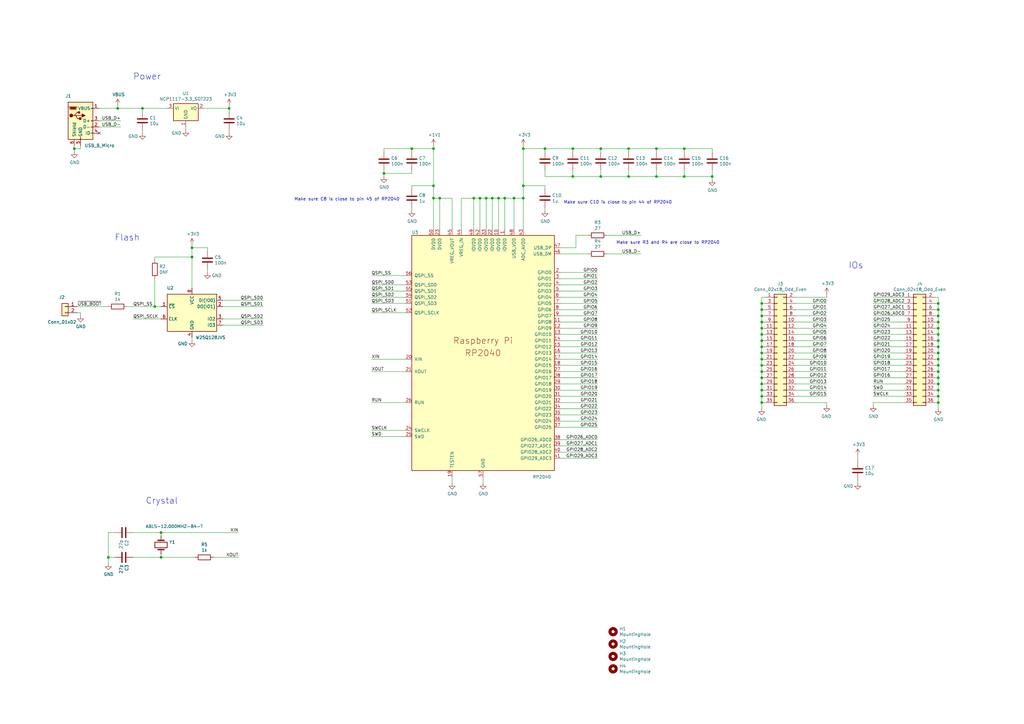
<source format=kicad_sch>
(kicad_sch (version 20230121) (generator eeschema)
  (paper "A3")
  (title_block (title "RP2040 Minimal Design Example") (date "2020-12-18") (rev "REV1") (company "Raspberry Pi (Trading) Ltd"))
  (lib_symbols
    (symbol "Connector_Generic:Conn_01x02" (pin_names (offset 1.016) hide)
      (property "Reference" "J" (at 0 2.54 0))
      (property "Value" "Conn_01x02" (at 0 -5.08 0))
      (symbol "Conn_01x02_1_1"
        (rectangle (start -1.27 -2.413) (end 0 -2.667) (stroke (width 0.1524)))
        (rectangle (start -1.27 0.127) (end 0 -0.127) (stroke (width 0.1524)))
        (rectangle (start -1.27 1.27) (end 1.27 -3.81) (stroke (width 0.254)) (fill (type background)))
        (pin passive line (at -5.08 0 0) (length 3.81) (name "Pin_1") (number "1"))
        (pin passive line (at -5.08 -2.54 0) (length 3.81) (name "Pin_2") (number "2"))
      )
    )
    (symbol "Connector_Generic:Conn_02x18_Odd_Even" (pin_names (offset 1.016) hide)
      (property "Reference" "J" (at 1.27 22.86 0))
      (property "Value" "Conn_02x18_Odd_Even" (at 1.27 -25.4 0))
      (symbol "Conn_02x18_Odd_Even_1_1"
        (rectangle (start -1.27 -22.733) (end 0 -22.987) (stroke (width 0.1524)))
        (rectangle (start -1.27 -20.193) (end 0 -20.447) (stroke (width 0.1524)))
        (rectangle (start -1.27 -17.653) (end 0 -17.907) (stroke (width 0.1524)))
        (rectangle (start -1.27 -15.113) (end 0 -15.367) (stroke (width 0.1524)))
        (rectangle (start -1.27 -12.573) (end 0 -12.827) (stroke (width 0.1524)))
        (rectangle (start -1.27 -10.033) (end 0 -10.287) (stroke (width 0.1524)))
        (rectangle (start -1.27 -7.493) (end 0 -7.747) (stroke (width 0.1524)))
        (rectangle (start -1.27 -4.953) (end 0 -5.207) (stroke (width 0.1524)))
        (rectangle (start -1.27 -2.413) (end 0 -2.667) (stroke (width 0.1524)))
        (rectangle (start -1.27 0.127) (end 0 -0.127) (stroke (width 0.1524)))
        (rectangle (start -1.27 2.667) (end 0 2.413) (stroke (width 0.1524)))
        (rectangle (start -1.27 5.207) (end 0 4.953) (stroke (width 0.1524)))
        (rectangle (start -1.27 7.747) (end 0 7.493) (stroke (width 0.1524)))
        (rectangle (start -1.27 10.287) (end 0 10.033) (stroke (width 0.1524)))
        (rectangle (start -1.27 12.827) (end 0 12.573) (stroke (width 0.1524)))
        (rectangle (start -1.27 15.367) (end 0 15.113) (stroke (width 0.1524)))
        (rectangle (start -1.27 17.907) (end 0 17.653) (stroke (width 0.1524)))
        (rectangle (start -1.27 20.447) (end 0 20.193) (stroke (width 0.1524)))
        (rectangle (start -1.27 21.59) (end 3.81 -24.13) (stroke (width 0.254)) (fill (type background)))
        (rectangle (start 3.81 -22.733) (end 2.54 -22.987) (stroke (width 0.1524)))
        (rectangle (start 3.81 -20.193) (end 2.54 -20.447) (stroke (width 0.1524)))
        (rectangle (start 3.81 -17.653) (end 2.54 -17.907) (stroke (width 0.1524)))
        (rectangle (start 3.81 -15.113) (end 2.54 -15.367) (stroke (width 0.1524)))
        (rectangle (start 3.81 -12.573) (end 2.54 -12.827) (stroke (width 0.1524)))
        (rectangle (start 3.81 -10.033) (end 2.54 -10.287) (stroke (width 0.1524)))
        (rectangle (start 3.81 -7.493) (end 2.54 -7.747) (stroke (width 0.1524)))
        (rectangle (start 3.81 -4.953) (end 2.54 -5.207) (stroke (width 0.1524)))
        (rectangle (start 3.81 -2.413) (end 2.54 -2.667) (stroke (width 0.1524)))
        (rectangle (start 3.81 0.127) (end 2.54 -0.127) (stroke (width 0.1524)))
        (rectangle (start 3.81 2.667) (end 2.54 2.413) (stroke (width 0.1524)))
        (rectangle (start 3.81 5.207) (end 2.54 4.953) (stroke (width 0.1524)))
        (rectangle (start 3.81 7.747) (end 2.54 7.493) (stroke (width 0.1524)))
        (rectangle (start 3.81 10.287) (end 2.54 10.033) (stroke (width 0.1524)))
        (rectangle (start 3.81 12.827) (end 2.54 12.573) (stroke (width 0.1524)))
        (rectangle (start 3.81 15.367) (end 2.54 15.113) (stroke (width 0.1524)))
        (rectangle (start 3.81 17.907) (end 2.54 17.653) (stroke (width 0.1524)))
        (rectangle (start 3.81 20.447) (end 2.54 20.193) (stroke (width 0.1524)))
        (pin passive line (at -5.08 20.32 0) (length 3.81) (name "Pin_1") (number "1"))
        (pin passive line (at 7.62 10.16 180) (length 3.81) (name "Pin_10") (number "10"))
        (pin passive line (at -5.08 7.62 0) (length 3.81) (name "Pin_11") (number "11"))
        (pin passive line (at 7.62 7.62 180) (length 3.81) (name "Pin_12") (number "12"))
        (pin passive line (at -5.08 5.08 0) (length 3.81) (name "Pin_13") (number "13"))
        (pin passive line (at 7.62 5.08 180) (length 3.81) (name "Pin_14") (number "14"))
        (pin passive line (at -5.08 2.54 0) (length 3.81) (name "Pin_15") (number "15"))
        (pin passive line (at 7.62 2.54 180) (length 3.81) (name "Pin_16") (number "16"))
        (pin passive line (at -5.08 0 0) (length 3.81) (name "Pin_17") (number "17"))
        (pin passive line (at 7.62 0 180) (length 3.81) (name "Pin_18") (number "18"))
        (pin passive line (at -5.08 -2.54 0) (length 3.81) (name "Pin_19") (number "19"))
        (pin passive line (at 7.62 20.32 180) (length 3.81) (name "Pin_2") (number "2"))
        (pin passive line (at 7.62 -2.54 180) (length 3.81) (name "Pin_20") (number "20"))
        (pin passive line (at -5.08 -5.08 0) (length 3.81) (name "Pin_21") (number "21"))
        (pin passive line (at 7.62 -5.08 180) (length 3.81) (name "Pin_22") (number "22"))
        (pin passive line (at -5.08 -7.62 0) (length 3.81) (name "Pin_23") (number "23"))
        (pin passive line (at 7.62 -7.62 180) (length 3.81) (name "Pin_24") (number "24"))
        (pin passive line (at -5.08 -10.16 0) (length 3.81) (name "Pin_25") (number "25"))
        (pin passive line (at 7.62 -10.16 180) (length 3.81) (name "Pin_26") (number "26"))
        (pin passive line (at -5.08 -12.7 0) (length 3.81) (name "Pin_27") (number "27"))
        (pin passive line (at 7.62 -12.7 180) (length 3.81) (name "Pin_28") (number "28"))
        (pin passive line (at -5.08 -15.24 0) (length 3.81) (name "Pin_29") (number "29"))
        (pin passive line (at -5.08 17.78 0) (length 3.81) (name "Pin_3") (number "3"))
        (pin passive line (at 7.62 -15.24 180) (length 3.81) (name "Pin_30") (number "30"))
        (pin passive line (at -5.08 -17.78 0) (length 3.81) (name "Pin_31") (number "31"))
        (pin passive line (at 7.62 -17.78 180) (length 3.81) (name "Pin_32") (number "32"))
        (pin passive line (at -5.08 -20.32 0) (length 3.81) (name "Pin_33") (number "33"))
        (pin passive line (at 7.62 -20.32 180) (length 3.81) (name "Pin_34") (number "34"))
        (pin passive line (at -5.08 -22.86 0) (length 3.81) (name "Pin_35") (number "35"))
        (pin passive line (at 7.62 -22.86 180) (length 3.81) (name "Pin_36") (number "36"))
        (pin passive line (at 7.62 17.78 180) (length 3.81) (name "Pin_4") (number "4"))
        (pin passive line (at -5.08 15.24 0) (length 3.81) (name "Pin_5") (number "5"))
        (pin passive line (at 7.62 15.24 180) (length 3.81) (name "Pin_6") (number "6"))
        (pin passive line (at -5.08 12.7 0) (length 3.81) (name "Pin_7") (number "7"))
        (pin passive line (at 7.62 12.7 180) (length 3.81) (name "Pin_8") (number "8"))
        (pin passive line (at -5.08 10.16 0) (length 3.81) (name "Pin_9") (number "9"))
      )
    )
    (symbol "Device:C" (pin_numbers hide) (pin_names (offset 0.254))
      (property "Reference" "C" (at 0.635 2.54 0))
      (property "Value" "C" (at 0.635 -2.54 0))
      (symbol "C_0_1"
        (polyline (pts (xy -2.032 -0.762) (xy 2.032 -0.762)) (stroke (width 0.508)))
        (polyline (pts (xy -2.032 0.762) (xy 2.032 0.762)) (stroke (width 0.508)))
      )
      (symbol "C_1_1"
        (pin passive line (at 0 3.81 270) (length 2.794) (name "~") (number "1"))
        (pin passive line (at 0 -3.81 90) (length 2.794) (name "~") (number "2"))
      )
    )
    (symbol "Device:Crystal" (pin_numbers hide) (pin_names (offset 1.016) hide)
      (property "Reference" "Y" (at 0 3.81 0))
      (property "Value" "Crystal" (at 0 -3.81 0))
      (symbol "Crystal_0_1"
        (rectangle (start -1.143 2.54) (end 1.143 -2.54) (stroke (width 0.3048)))
        (polyline (pts (xy -2.54 0) (xy -1.905 0)))
        (polyline (pts (xy -1.905 -1.27) (xy -1.905 1.27)) (stroke (width 0.508)))
        (polyline (pts (xy 1.905 -1.27) (xy 1.905 1.27)) (stroke (width 0.508)))
        (polyline (pts (xy 2.54 0) (xy 1.905 0)))
      )
      (symbol "Crystal_1_1"
        (pin passive line (at -3.81 0 0) (length 1.27) (name "1") (number "1"))
        (pin passive line (at 3.81 0 180) (length 1.27) (name "2") (number "2"))
      )
    )
    (symbol "Device:R" (pin_numbers hide) (pin_names (offset 0))
      (property "Reference" "R" (at 2.032 0 90))
      (property "Value" "R" (at 0 0 90))
      (symbol "R_0_1"
        (rectangle (start -1.016 -2.54) (end 1.016 2.54) (stroke (width 0.254)))
      )
      (symbol "R_1_1"
        (pin passive line (at 0 3.81 270) (length 1.27) (name "~") (number "1"))
        (pin passive line (at 0 -3.81 90) (length 1.27) (name "~") (number "2"))
      )
    )
    (symbol "MCU_RaspberryPi_RP2040:RP2040" (pin_names (offset 1.016))
      (property "Reference" "U" (at -29.21 49.53 0))
      (property "Value" "RP2040" (at 24.13 -49.53 0))
      (symbol "RP2040_0_0"
        (text "Raspberry Pi" (at 0 5.08 0) (effects (font (size 2.54 2.54))))
        (text "RP2040" (at 0 0 0) (effects (font (size 2.54 2.54))))
      )
      (symbol "RP2040_0_1"
        (rectangle (start 29.21 48.26) (end -29.21 -48.26) (stroke (width 0.254)) (fill (type background)))
      )
      (symbol "RP2040_1_1"
        (pin power_in line (at 8.89 50.8 270) (length 2.54) (name "IOVDD") (number "1"))
        (pin power_in line (at 6.35 50.8 270) (length 2.54) (name "IOVDD") (number "10"))
        (pin bidirectional line (at 31.75 12.7 180) (length 2.54) (name "GPIO8") (number "11"))
        (pin bidirectional line (at 31.75 10.16 180) (length 2.54) (name "GPIO9") (number "12"))
        (pin bidirectional line (at 31.75 7.62 180) (length 2.54) (name "GPIO10") (number "13"))
        (pin bidirectional line (at 31.75 5.08 180) (length 2.54) (name "GPIO11") (number "14"))
        (pin bidirectional line (at 31.75 2.54 180) (length 2.54) (name "GPIO12") (number "15"))
        (pin bidirectional line (at 31.75 0 180) (length 2.54) (name "GPIO13") (number "16"))
        (pin bidirectional line (at 31.75 -2.54 180) (length 2.54) (name "GPIO14") (number "17"))
        (pin bidirectional line (at 31.75 -5.08 180) (length 2.54) (name "GPIO15") (number "18"))
        (pin passive line (at -12.7 -50.8 90) (length 2.54) (name "TESTEN") (number "19"))
        (pin bidirectional line (at 31.75 33.02 180) (length 2.54) (name "GPIO0") (number "2"))
        (pin input line (at -31.75 -2.54 0) (length 2.54) (name "XIN") (number "20"))
        (pin passive line (at -31.75 -7.62 0) (length 2.54) (name "XOUT") (number "21"))
        (pin power_in line (at 3.81 50.8 270) (length 2.54) (name "IOVDD") (number "22"))
        (pin power_in line (at -17.78 50.8 270) (length 2.54) (name "DVDD") (number "23"))
        (pin output line (at -31.75 -31.75 0) (length 2.54) (name "SWCLK") (number "24"))
        (pin bidirectional line (at -31.75 -34.29 0) (length 2.54) (name "SWD") (number "25"))
        (pin input line (at -31.75 -20.32 0) (length 2.54) (name "RUN") (number "26"))
        (pin bidirectional line (at 31.75 -7.62 180) (length 2.54) (name "GPIO16") (number "27"))
        (pin bidirectional line (at 31.75 -10.16 180) (length 2.54) (name "GPIO17") (number "28"))
        (pin bidirectional line (at 31.75 -12.7 180) (length 2.54) (name "GPIO18") (number "29"))
        (pin bidirectional line (at 31.75 30.48 180) (length 2.54) (name "GPIO1") (number "3"))
        (pin bidirectional line (at 31.75 -15.24 180) (length 2.54) (name "GPIO19") (number "30"))
        (pin bidirectional line (at 31.75 -17.78 180) (length 2.54) (name "GPIO20") (number "31"))
        (pin bidirectional line (at 31.75 -20.32 180) (length 2.54) (name "GPIO21") (number "32"))
        (pin power_in line (at 1.27 50.8 270) (length 2.54) (name "IOVDD") (number "33"))
        (pin bidirectional line (at 31.75 -22.86 180) (length 2.54) (name "GPIO22") (number "34"))
        (pin bidirectional line (at 31.75 -25.4 180) (length 2.54) (name "GPIO23") (number "35"))
        (pin bidirectional line (at 31.75 -27.94 180) (length 2.54) (name "GPIO24") (number "36"))
        (pin bidirectional line (at 31.75 -30.48 180) (length 2.54) (name "GPIO25") (number "37"))
        (pin bidirectional line (at 31.75 -35.56 180) (length 2.54) (name "GPIO26_ADC0") (number "38"))
        (pin bidirectional line (at 31.75 -38.1 180) (length 2.54) (name "GPIO27_ADC1") (number "39"))
        (pin bidirectional line (at 31.75 27.94 180) (length 2.54) (name "GPIO2") (number "4"))
        (pin bidirectional line (at 31.75 -40.64 180) (length 2.54) (name "GPIO28_ADC2") (number "40"))
        (pin bidirectional line (at 31.75 -43.18 180) (length 2.54) (name "GPIO29_ADC3") (number "41"))
        (pin power_in line (at -1.27 50.8 270) (length 2.54) (name "IOVDD") (number "42"))
        (pin power_in line (at 16.51 50.8 270) (length 2.54) (name "ADC_AVDD") (number "43"))
        (pin power_in line (at -8.89 50.8 270) (length 2.54) (name "VREG_IN") (number "44"))
        (pin power_out line (at -12.7 50.8 270) (length 2.54) (name "VREG_VOUT") (number "45"))
        (pin bidirectional line (at 31.75 40.64 180) (length 2.54) (name "USB_DM") (number "46"))
        (pin bidirectional line (at 31.75 43.18 180) (length 2.54) (name "USB_DP") (number "47"))
        (pin power_in line (at 12.7 50.8 270) (length 2.54) (name "USB_VDD") (number "48"))
        (pin power_in line (at -3.81 50.8 270) (length 2.54) (name "IOVDD") (number "49"))
        (pin bidirectional line (at 31.75 25.4 180) (length 2.54) (name "GPIO3") (number "5"))
        (pin power_in line (at -20.32 50.8 270) (length 2.54) (name "DVDD") (number "50"))
        (pin bidirectional line (at -31.75 20.32 0) (length 2.54) (name "QSPI_SD3") (number "51"))
        (pin output line (at -31.75 16.51 0) (length 2.54) (name "QSPI_SCLK") (number "52"))
        (pin bidirectional line (at -31.75 27.94 0) (length 2.54) (name "QSPI_SD0") (number "53"))
        (pin bidirectional line (at -31.75 22.86 0) (length 2.54) (name "QSPI_SD2") (number "54"))
        (pin bidirectional line (at -31.75 25.4 0) (length 2.54) (name "QSPI_SD1") (number "55"))
        (pin bidirectional line (at -31.75 31.75 0) (length 2.54) (name "QSPI_SS") (number "56"))
        (pin power_in line (at 0 -50.8 90) (length 2.54) (name "GND") (number "57"))
        (pin bidirectional line (at 31.75 22.86 180) (length 2.54) (name "GPIO4") (number "6"))
        (pin bidirectional line (at 31.75 20.32 180) (length 2.54) (name "GPIO5") (number "7"))
        (pin bidirectional line (at 31.75 17.78 180) (length 2.54) (name "GPIO6") (number "8"))
        (pin bidirectional line (at 31.75 15.24 180) (length 2.54) (name "GPIO7") (number "9"))
      )
    )
    (symbol "Mechanical:MountingHole" (pin_names (offset 1.016))
      (property "Reference" "H" (at 0 5.08 0))
      (property "Value" "MountingHole" (at 0 3.175 0))
      (symbol "MountingHole_0_1"
        (circle (center 0 0) (radius 1.27) (stroke (width 1.27)))
      )
    )
    (symbol "RP2040_minimal-rescue:USB_B_Micro-Connector" (pin_names (offset 1.016))
      (property "Reference" "J" (at -5.08 11.43 0))
      (property "Value" "Connector_USB_B_Micro" (at -5.08 8.89 0))
      (symbol "USB_B_Micro-Connector_0_1"
        (rectangle (start -5.08 -7.62) (end 5.08 7.62) (stroke (width 0.254)) (fill (type background)))
        (circle (center -3.81 2.159) (radius 0.635) (stroke (width 0.254)) (fill (type outline)))
        (circle (center -0.635 3.429) (radius 0.381) (stroke (width 0.254)) (fill (type outline)))
        (rectangle (start -0.127 -7.62) (end 0.127 -6.858))
        (polyline (pts (xy -1.905 2.159) (xy 0.635 2.159)) (stroke (width 0.254)))
        (polyline (pts (xy -3.175 2.159) (xy -2.54 2.159) (xy -1.27 3.429) (xy -0.635 3.429)) (stroke (width 0.254)))
        (polyline (pts (xy -2.54 2.159) (xy -1.905 2.159) (xy -1.27 0.889) (xy 0 0.889)) (stroke (width 0.254)))
        (polyline (pts (xy 0.635 2.794) (xy 0.635 1.524) (xy 1.905 2.159) (xy 0.635 2.794)) (stroke (width 0.254)) (fill (type outline)))
        (polyline (pts (xy -4.318 5.588) (xy -1.778 5.588) (xy -2.032 4.826) (xy -4.064 4.826) (xy -4.318 5.588)) (fill (type outline)))
        (polyline (pts (xy -4.699 5.842) (xy -4.699 5.588) (xy -4.445 4.826) (xy -4.445 4.572) (xy -1.651 4.572) (xy -1.651 4.826) (xy -1.397 5.588) (xy -1.397 5.842) (xy -4.699 5.842)))
        (rectangle (start 0.254 1.27) (end -0.508 0.508) (stroke (width 0.254)) (fill (type outline)))
        (rectangle (start 5.08 -5.207) (end 4.318 -4.953))
        (rectangle (start 5.08 -2.667) (end 4.318 -2.413))
        (rectangle (start 5.08 -0.127) (end 4.318 0.127))
        (rectangle (start 5.08 4.953) (end 4.318 5.207))
      )
      (symbol "USB_B_Micro-Connector_1_1"
        (pin power_out line (at 7.62 5.08 180) (length 2.54) (name "VBUS") (number "1"))
        (pin passive line (at 7.62 -2.54 180) (length 2.54) (name "D-") (number "2"))
        (pin passive line (at 7.62 0 180) (length 2.54) (name "D+") (number "3"))
        (pin passive line (at 7.62 -5.08 180) (length 2.54) (name "ID") (number "4"))
        (pin power_out line (at 0 -10.16 90) (length 2.54) (name "GND") (number "5"))
        (pin passive line (at -2.54 -10.16 90) (length 2.54) (name "Shield") (number "6"))
      )
    )
    (symbol "RP2040_minimal-rescue:W25Q128JVS-Memory_Flash"
      (property "Reference" "U" (at -8.89 8.89 0))
      (property "Value" "Memory_Flash_W25Q128JVS" (at 7.62 8.89 0))
      (symbol "W25Q128JVS-Memory_Flash_0_1"
        (rectangle (start -10.16 7.62) (end 10.16 -7.62) (stroke (width 0.254)) (fill (type background)))
      )
      (symbol "W25Q128JVS-Memory_Flash_1_1"
        (pin input line (at -12.7 2.54 0) (length 2.54) (name "~{CS}") (number "1"))
        (pin bidirectional line (at 12.7 2.54 180) (length 2.54) (name "DO(IO1)") (number "2"))
        (pin bidirectional line (at 12.7 -2.54 180) (length 2.54) (name "IO2") (number "3"))
        (pin power_in line (at 0 -10.16 90) (length 2.54) (name "GND") (number "4"))
        (pin bidirectional line (at 12.7 5.08 180) (length 2.54) (name "DI(IO0)") (number "5"))
        (pin input line (at -12.7 -2.54 0) (length 2.54) (name "CLK") (number "6"))
        (pin bidirectional line (at 12.7 -5.08 180) (length 2.54) (name "IO3") (number "7"))
        (pin power_in line (at 0 10.16 270) (length 2.54) (name "VCC") (number "8"))
      )
    )
    (symbol "Regulator_Linear:NCP1117-3.3_SOT223"
      (property "Reference" "U" (at -3.81 3.175 0))
      (property "Value" "NCP1117-3.3_SOT223" (at 0 3.175 0))
      (symbol "NCP1117-3.3_SOT223_0_1"
        (rectangle (start -5.08 -5.08) (end 5.08 1.905) (stroke (width 0.254)) (fill (type background)))
      )
      (symbol "NCP1117-3.3_SOT223_1_1"
        (pin power_in line (at 0 -7.62 90) (length 2.54) (name "GND") (number "1"))
        (pin power_out line (at 7.62 0 180) (length 2.54) (name "VO") (number "2"))
        (pin power_in line (at -7.62 0 0) (length 2.54) (name "VI") (number "3"))
      )
    )
    (symbol "power:+1V1" (power) (pin_names (offset 0))
      (property "Value" "+1V1" (at 0 3.556 0))
      (symbol "+1V1_0_1"
        (polyline (pts (xy -0.762 1.27) (xy 0 2.54)))
        (polyline (pts (xy 0 0) (xy 0 2.54)))
        (polyline (pts (xy 0 2.54) (xy 0.762 1.27)))
      )
      (symbol "+1V1_1_1"
        (pin power_in line (at 0 0 90) (length 0) hide (name "+1V1") (number "1"))
      )
    )
    (symbol "power:+3V3" (power) (pin_names (offset 0))
      (property "Value" "+3V3" (at 0 3.556 0))
      (symbol "+3V3_0_1"
        (polyline (pts (xy -0.762 1.27) (xy 0 2.54)))
        (polyline (pts (xy 0 0) (xy 0 2.54)))
        (polyline (pts (xy 0 2.54) (xy 0.762 1.27)))
      )
      (symbol "+3V3_1_1"
        (pin power_in line (at 0 0 90) (length 0) hide (name "+3V3") (number "1"))
      )
    )
    (symbol "power:GND" (power) (pin_names (offset 0))
      (property "Value" "GND" (at 0 -3.81 0))
      (symbol "GND_0_1"
        (polyline (pts (xy 0 0) (xy 0 -1.27) (xy 1.27 -1.27) (xy 0 -2.54) (xy -1.27 -1.27) (xy 0 -1.27)))
      )
      (symbol "GND_1_1"
        (pin power_in line (at 0 0 270) (length 0) hide (name "GND") (number "1"))
      )
    )
    (symbol "power:VBUS" (power) (pin_names (offset 0))
      (property "Value" "VBUS" (at 0 3.81 0))
      (symbol "VBUS_0_1"
        (polyline (pts (xy -0.762 1.27) (xy 0 2.54)))
        (polyline (pts (xy 0 0) (xy 0 2.54)))
        (polyline (pts (xy 0 2.54) (xy 0.762 1.27)))
      )
      (symbol "VBUS_1_1"
        (pin power_in line (at 0 0 90) (length 0) hide (name "VBUS") (number "1"))
      )
    )
  )
  (junction (at 204.47 81.28))
  (junction (at 312.42 124.46))
  (junction (at 196.85 81.28))
  (junction (at 312.42 162.56))
  (junction (at 384.81 144.78))
  (junction (at 214.63 76.2))
  (junction (at 384.81 134.62))
  (junction (at 223.52 60.96))
  (junction (at 384.81 129.54))
  (junction (at 214.63 81.28))
  (junction (at 384.81 162.56))
  (junction (at 199.39 81.28))
  (junction (at 194.31 81.28))
  (junction (at 234.95 72.39))
  (junction (at 384.81 154.94))
  (junction (at 269.24 60.96))
  (junction (at 312.42 144.78))
  (junction (at 384.81 157.48))
  (junction (at 177.8 81.28))
  (junction (at 292.1 72.39))
  (junction (at 93.98 44.45))
  (junction (at 177.8 60.96))
  (junction (at 168.91 60.96))
  (junction (at 257.81 72.39))
  (junction (at 58.42 44.45))
  (junction (at 157.48 71.12))
  (junction (at 384.81 127))
  (junction (at 384.81 124.46))
  (junction (at 384.81 142.24))
  (junction (at 210.82 81.28))
  (junction (at 312.42 129.54))
  (junction (at 180.34 81.28))
  (junction (at 63.5 125.73))
  (junction (at 66.04 218.44))
  (junction (at 257.81 60.96))
  (junction (at 384.81 132.08))
  (junction (at 312.42 137.16))
  (junction (at 384.81 139.7))
  (junction (at 312.42 139.7))
  (junction (at 384.81 147.32))
  (junction (at 234.95 60.96))
  (junction (at 280.67 60.96))
  (junction (at 384.81 165.1))
  (junction (at 312.42 165.1))
  (junction (at 30.48 60.96))
  (junction (at 312.42 149.86))
  (junction (at 280.67 72.39))
  (junction (at 312.42 127))
  (junction (at 312.42 147.32))
  (junction (at 384.81 137.16))
  (junction (at 312.42 152.4))
  (junction (at 312.42 154.94))
  (junction (at 384.81 149.86))
  (junction (at 177.8 76.2))
  (junction (at 384.81 152.4))
  (junction (at 78.74 101.6))
  (junction (at 312.42 132.08))
  (junction (at 66.04 228.6))
  (junction (at 48.26 44.45))
  (junction (at 312.42 160.02))
  (junction (at 246.38 60.96))
  (junction (at 207.01 81.28))
  (junction (at 214.63 60.96))
  (junction (at 78.74 105.41))
  (junction (at 312.42 134.62))
  (junction (at 384.81 160.02))
  (junction (at 44.45 228.6))
  (junction (at 312.42 142.24))
  (junction (at 269.24 72.39))
  (junction (at 312.42 157.48))
  (junction (at 246.38 72.39))
  (junction (at 201.93 81.28))
  (no_connect (at 40.64 54.61))
  (wire (pts (xy 229.87 175.26) (xy 245.11 175.26)))
  (wire (pts (xy 339.09 121.92) (xy 326.39 121.92)))
  (wire (pts (xy 339.09 149.86) (xy 326.39 149.86)))
  (wire (pts (xy 91.44 130.81) (xy 107.95 130.81)))
  (wire (pts (xy 214.63 60.96) (xy 223.52 60.96)))
  (wire (pts (xy 229.87 162.56) (xy 245.11 162.56)))
  (wire (pts (xy 339.09 160.02) (xy 326.39 160.02)))
  (wire (pts (xy 280.67 62.23) (xy 280.67 60.96)))
  (wire (pts (xy 166.37 165.1) (xy 152.4 165.1)))
  (wire (pts (xy 52.07 125.73) (xy 63.5 125.73)))
  (wire (pts (xy 91.44 125.73) (xy 107.95 125.73)))
  (wire (pts (xy 87.63 228.6) (xy 97.79 228.6)))
  (wire (pts (xy 370.84 160.02) (xy 358.14 160.02)))
  (wire (pts (xy 214.63 81.28) (xy 214.63 93.98)))
  (wire (pts (xy 168.91 76.2) (xy 177.8 76.2)))
  (wire (pts (xy 384.81 137.16) (xy 384.81 139.7)))
  (wire (pts (xy 229.87 170.18) (xy 245.11 170.18)))
  (wire (pts (xy 312.42 162.56) (xy 312.42 165.1)))
  (wire (pts (xy 339.09 132.08) (xy 326.39 132.08)))
  (wire (pts (xy 229.87 142.24) (xy 245.11 142.24)))
  (wire (pts (xy 313.69 124.46) (xy 312.42 124.46)))
  (wire (pts (xy 76.2 52.07) (xy 76.2 53.34)))
  (wire (pts (xy 383.54 121.92) (xy 384.81 121.92)))
  (wire (pts (xy 383.54 154.94) (xy 384.81 154.94)))
  (wire (pts (xy 383.54 129.54) (xy 384.81 129.54)))
  (wire (pts (xy 201.93 93.98) (xy 201.93 81.28)))
  (wire (pts (xy 312.42 147.32) (xy 312.42 149.86)))
  (wire (pts (xy 257.81 62.23) (xy 257.81 60.96)))
  (wire (pts (xy 166.37 176.53) (xy 152.4 176.53)))
  (wire (pts (xy 185.42 195.58) (xy 185.42 198.12)))
  (wire (pts (xy 370.84 142.24) (xy 358.14 142.24)))
  (wire (pts (xy 152.4 124.46) (xy 166.37 124.46)))
  (wire (pts (xy 214.63 76.2) (xy 214.63 81.28)))
  (wire (pts (xy 223.52 85.09) (xy 223.52 86.36)))
  (wire (pts (xy 166.37 179.07) (xy 152.4 179.07)))
  (wire (pts (xy 180.34 93.98) (xy 180.34 81.28)))
  (wire (pts (xy 48.26 43.18) (xy 48.26 44.45)))
  (wire (pts (xy 257.81 69.85) (xy 257.81 72.39)))
  (wire (pts (xy 229.87 134.62) (xy 245.11 134.62)))
  (wire (pts (xy 229.87 149.86) (xy 245.11 149.86)))
  (wire (pts (xy 229.87 111.76) (xy 245.11 111.76)))
  (wire (pts (xy 168.91 62.23) (xy 168.91 60.96)))
  (wire (pts (xy 384.81 160.02) (xy 384.81 162.56)))
  (wire (pts (xy 40.64 52.07) (xy 49.53 52.07)))
  (wire (pts (xy 312.42 137.16) (xy 312.42 139.7)))
  (wire (pts (xy 199.39 93.98) (xy 199.39 81.28)))
  (wire (pts (xy 207.01 81.28) (xy 207.01 93.98)))
  (wire (pts (xy 312.42 132.08) (xy 312.42 134.62)))
  (wire (pts (xy 339.09 165.1) (xy 326.39 165.1)))
  (wire (pts (xy 313.69 127) (xy 312.42 127)))
  (wire (pts (xy 313.69 134.62) (xy 312.42 134.62)))
  (wire (pts (xy 383.54 137.16) (xy 384.81 137.16)))
  (wire (pts (xy 312.42 149.86) (xy 312.42 152.4)))
  (wire (pts (xy 78.74 101.6) (xy 78.74 105.41)))
  (wire (pts (xy 257.81 60.96) (xy 269.24 60.96)))
  (wire (pts (xy 33.02 128.27) (xy 33.02 129.54)))
  (wire (pts (xy 269.24 62.23) (xy 269.24 60.96)))
  (wire (pts (xy 166.37 113.03) (xy 152.4 113.03)))
  (wire (pts (xy 248.92 96.52) (xy 262.89 96.52)))
  (wire (pts (xy 93.98 45.72) (xy 93.98 44.45)))
  (wire (pts (xy 157.48 69.85) (xy 157.48 71.12)))
  (wire (pts (xy 312.42 154.94) (xy 312.42 157.48)))
  (wire (pts (xy 66.04 219.71) (xy 66.04 218.44)))
  (wire (pts (xy 78.74 100.33) (xy 78.74 101.6)))
  (wire (pts (xy 85.09 110.49) (xy 85.09 111.76)))
  (wire (pts (xy 40.64 49.53) (xy 49.53 49.53)))
  (wire (pts (xy 370.84 139.7) (xy 358.14 139.7)))
  (wire (pts (xy 234.95 60.96) (xy 246.38 60.96)))
  (wire (pts (xy 168.91 60.96) (xy 177.8 60.96)))
  (wire (pts (xy 257.81 72.39) (xy 246.38 72.39)))
  (wire (pts (xy 229.87 139.7) (xy 245.11 139.7)))
  (wire (pts (xy 370.84 134.62) (xy 358.14 134.62)))
  (wire (pts (xy 229.87 101.6) (xy 236.22 101.6)))
  (wire (pts (xy 313.69 157.48) (xy 312.42 157.48)))
  (wire (pts (xy 229.87 114.3) (xy 245.11 114.3)))
  (wire (pts (xy 54.61 228.6) (xy 66.04 228.6)))
  (wire (pts (xy 236.22 96.52) (xy 236.22 101.6)))
  (wire (pts (xy 292.1 69.85) (xy 292.1 72.39)))
  (wire (pts (xy 229.87 137.16) (xy 245.11 137.16)))
  (wire (pts (xy 229.87 167.64) (xy 245.11 167.64)))
  (wire (pts (xy 46.99 218.44) (xy 44.45 218.44)))
  (wire (pts (xy 66.04 227.33) (xy 66.04 228.6)))
  (wire (pts (xy 198.12 195.58) (xy 198.12 198.12)))
  (wire (pts (xy 370.84 129.54) (xy 358.14 129.54)))
  (wire (pts (xy 229.87 157.48) (xy 245.11 157.48)))
  (wire (pts (xy 229.87 165.1) (xy 245.11 165.1)))
  (wire (pts (xy 383.54 147.32) (xy 384.81 147.32)))
  (wire (pts (xy 383.54 165.1) (xy 384.81 165.1)))
  (wire (pts (xy 383.54 144.78) (xy 384.81 144.78)))
  (wire (pts (xy 68.58 44.45) (xy 58.42 44.45)))
  (wire (pts (xy 91.44 133.35) (xy 107.95 133.35)))
  (wire (pts (xy 269.24 60.96) (xy 280.67 60.96)))
  (wire (pts (xy 78.74 105.41) (xy 78.74 118.11)))
  (wire (pts (xy 384.81 149.86) (xy 384.81 152.4)))
  (wire (pts (xy 214.63 59.69) (xy 214.63 60.96)))
  (wire (pts (xy 313.69 162.56) (xy 312.42 162.56)))
  (wire (pts (xy 177.8 81.28) (xy 177.8 93.98)))
  (wire (pts (xy 246.38 62.23) (xy 246.38 60.96)))
  (wire (pts (xy 370.84 121.92) (xy 358.14 121.92)))
  (wire (pts (xy 383.54 139.7) (xy 384.81 139.7)))
  (wire (pts (xy 383.54 162.56) (xy 384.81 162.56)))
  (wire (pts (xy 185.42 93.98) (xy 185.42 81.28)))
  (wire (pts (xy 63.5 114.3) (xy 63.5 125.73)))
  (wire (pts (xy 33.02 59.69) (xy 33.02 60.96)))
  (wire (pts (xy 339.09 134.62) (xy 326.39 134.62)))
  (wire (pts (xy 63.5 106.68) (xy 63.5 105.41)))
  (wire (pts (xy 384.81 152.4) (xy 384.81 154.94)))
  (wire (pts (xy 292.1 72.39) (xy 292.1 73.66)))
  (wire (pts (xy 204.47 81.28) (xy 207.01 81.28)))
  (wire (pts (xy 85.09 101.6) (xy 78.74 101.6)))
  (wire (pts (xy 214.63 76.2) (xy 223.52 76.2)))
  (wire (pts (xy 58.42 45.72) (xy 58.42 44.45)))
  (wire (pts (xy 269.24 69.85) (xy 269.24 72.39)))
  (wire (pts (xy 370.84 124.46) (xy 358.14 124.46)))
  (wire (pts (xy 54.61 218.44) (xy 66.04 218.44)))
  (wire (pts (xy 152.4 121.92) (xy 166.37 121.92)))
  (wire (pts (xy 30.48 59.69) (xy 30.48 60.96)))
  (wire (pts (xy 313.69 139.7) (xy 312.42 139.7)))
  (wire (pts (xy 229.87 152.4) (xy 245.11 152.4)))
  (wire (pts (xy 313.69 129.54) (xy 312.42 129.54)))
  (wire (pts (xy 339.09 124.46) (xy 326.39 124.46)))
  (wire (pts (xy 204.47 93.98) (xy 204.47 81.28)))
  (wire (pts (xy 210.82 81.28) (xy 214.63 81.28)))
  (wire (pts (xy 384.81 134.62) (xy 384.81 137.16)))
  (wire (pts (xy 83.82 44.45) (xy 93.98 44.45)))
  (wire (pts (xy 229.87 185.42) (xy 245.11 185.42)))
  (wire (pts (xy 383.54 160.02) (xy 384.81 160.02)))
  (wire (pts (xy 269.24 72.39) (xy 257.81 72.39)))
  (wire (pts (xy 157.48 71.12) (xy 157.48 72.39)))
  (wire (pts (xy 383.54 157.48) (xy 384.81 157.48)))
  (wire (pts (xy 339.09 157.48) (xy 326.39 157.48)))
  (wire (pts (xy 223.52 62.23) (xy 223.52 60.96)))
  (wire (pts (xy 383.54 134.62) (xy 384.81 134.62)))
  (wire (pts (xy 383.54 152.4) (xy 384.81 152.4)))
  (wire (pts (xy 246.38 69.85) (xy 246.38 72.39)))
  (wire (pts (xy 339.09 137.16) (xy 326.39 137.16)))
  (wire (pts (xy 384.81 132.08) (xy 384.81 134.62)))
  (wire (pts (xy 339.09 127) (xy 326.39 127)))
  (wire (pts (xy 384.81 144.78) (xy 384.81 147.32)))
  (wire (pts (xy 384.81 129.54) (xy 384.81 132.08)))
  (wire (pts (xy 229.87 182.88) (xy 245.11 182.88)))
  (wire (pts (xy 313.69 152.4) (xy 312.42 152.4)))
  (wire (pts (xy 229.87 180.34) (xy 245.11 180.34)))
  (wire (pts (xy 223.52 69.85) (xy 223.52 72.39)))
  (wire (pts (xy 384.81 142.24) (xy 384.81 144.78)))
  (wire (pts (xy 312.42 124.46) (xy 312.42 127)))
  (wire (pts (xy 384.81 162.56) (xy 384.81 165.1)))
  (wire (pts (xy 44.45 125.73) (xy 31.75 125.73)))
  (wire (pts (xy 383.54 149.86) (xy 384.81 149.86)))
  (wire (pts (xy 93.98 53.34) (xy 93.98 54.61)))
  (wire (pts (xy 194.31 81.28) (xy 196.85 81.28)))
  (wire (pts (xy 384.81 157.48) (xy 384.81 160.02)))
  (wire (pts (xy 370.84 132.08) (xy 358.14 132.08)))
  (wire (pts (xy 236.22 96.52) (xy 241.3 96.52)))
  (wire (pts (xy 339.09 142.24) (xy 326.39 142.24)))
  (wire (pts (xy 63.5 105.41) (xy 78.74 105.41)))
  (wire (pts (xy 30.48 60.96) (xy 30.48 62.23)))
  (wire (pts (xy 33.02 60.96) (xy 30.48 60.96)))
  (wire (pts (xy 234.95 62.23) (xy 234.95 60.96)))
  (wire (pts (xy 214.63 60.96) (xy 214.63 76.2)))
  (wire (pts (xy 312.42 139.7) (xy 312.42 142.24)))
  (wire (pts (xy 370.84 147.32) (xy 358.14 147.32)))
  (wire (pts (xy 339.09 147.32) (xy 326.39 147.32)))
  (wire (pts (xy 370.84 137.16) (xy 358.14 137.16)))
  (wire (pts (xy 339.09 162.56) (xy 326.39 162.56)))
  (wire (pts (xy 313.69 142.24) (xy 312.42 142.24)))
  (wire (pts (xy 201.93 81.28) (xy 204.47 81.28)))
  (wire (pts (xy 312.42 134.62) (xy 312.42 137.16)))
  (wire (pts (xy 339.09 139.7) (xy 326.39 139.7)))
  (wire (pts (xy 44.45 218.44) (xy 44.45 228.6)))
  (wire (pts (xy 339.09 129.54) (xy 326.39 129.54)))
  (wire (pts (xy 384.81 165.1) (xy 384.81 167.64)))
  (wire (pts (xy 384.81 121.92) (xy 384.81 124.46)))
  (wire (pts (xy 168.91 77.47) (xy 168.91 76.2)))
  (wire (pts (xy 48.26 44.45) (xy 58.42 44.45)))
  (wire (pts (xy 383.54 142.24) (xy 384.81 142.24)))
  (wire (pts (xy 312.42 142.24) (xy 312.42 144.78)))
  (wire (pts (xy 157.48 62.23) (xy 157.48 60.96)))
  (wire (pts (xy 207.01 81.28) (xy 210.82 81.28)))
  (wire (pts (xy 152.4 147.32) (xy 166.37 147.32)))
  (wire (pts (xy 280.67 72.39) (xy 292.1 72.39)))
  (wire (pts (xy 280.67 72.39) (xy 269.24 72.39)))
  (wire (pts (xy 66.04 218.44) (xy 97.79 218.44)))
  (wire (pts (xy 229.87 187.96) (xy 245.11 187.96)))
  (wire (pts (xy 383.54 124.46) (xy 384.81 124.46)))
  (wire (pts (xy 229.87 154.94) (xy 245.11 154.94)))
  (wire (pts (xy 152.4 116.84) (xy 166.37 116.84)))
  (wire (pts (xy 280.67 69.85) (xy 280.67 72.39)))
  (wire (pts (xy 229.87 127) (xy 245.11 127)))
  (wire (pts (xy 166.37 152.4) (xy 152.4 152.4)))
  (wire (pts (xy 157.48 60.96) (xy 168.91 60.96)))
  (wire (pts (xy 229.87 104.14) (xy 241.3 104.14)))
  (wire (pts (xy 234.95 69.85) (xy 234.95 72.39)))
  (wire (pts (xy 312.42 157.48) (xy 312.42 160.02)))
  (wire (pts (xy 229.87 124.46) (xy 245.11 124.46)))
  (wire (pts (xy 246.38 60.96) (xy 257.81 60.96)))
  (wire (pts (xy 40.64 44.45) (xy 48.26 44.45)))
  (wire (pts (xy 370.84 152.4) (xy 358.14 152.4)))
  (wire (pts (xy 370.84 154.94) (xy 358.14 154.94)))
  (wire (pts (xy 229.87 172.72) (xy 245.11 172.72)))
  (wire (pts (xy 229.87 144.78) (xy 245.11 144.78)))
  (wire (pts (xy 313.69 154.94) (xy 312.42 154.94)))
  (wire (pts (xy 196.85 93.98) (xy 196.85 81.28)))
  (wire (pts (xy 229.87 119.38) (xy 245.11 119.38)))
  (wire (pts (xy 246.38 72.39) (xy 234.95 72.39)))
  (wire (pts (xy 384.81 139.7) (xy 384.81 142.24)))
  (wire (pts (xy 44.45 228.6) (xy 44.45 231.14)))
  (wire (pts (xy 383.54 127) (xy 384.81 127)))
  (wire (pts (xy 229.87 132.08) (xy 245.11 132.08)))
  (wire (pts (xy 157.48 71.12) (xy 168.91 71.12)))
  (wire (pts (xy 168.91 85.09) (xy 168.91 86.36)))
  (wire (pts (xy 46.99 228.6) (xy 44.45 228.6)))
  (wire (pts (xy 339.09 144.78) (xy 326.39 144.78)))
  (wire (pts (xy 185.42 81.28) (xy 180.34 81.28)))
  (wire (pts (xy 370.84 162.56) (xy 358.14 162.56)))
  (wire (pts (xy 384.81 124.46) (xy 384.81 127)))
  (wire (pts (xy 384.81 147.32) (xy 384.81 149.86)))
  (wire (pts (xy 91.44 123.19) (xy 107.95 123.19)))
  (wire (pts (xy 312.42 165.1) (xy 312.42 167.64)))
  (wire (pts (xy 313.69 160.02) (xy 312.42 160.02)))
  (wire (pts (xy 312.42 152.4) (xy 312.42 154.94)))
  (wire (pts (xy 339.09 166.37) (xy 339.09 165.1)))
  (wire (pts (xy 168.91 71.12) (xy 168.91 69.85)))
  (wire (pts (xy 85.09 102.87) (xy 85.09 101.6)))
  (wire (pts (xy 313.69 165.1) (xy 312.42 165.1)))
  (wire (pts (xy 312.42 160.02) (xy 312.42 162.56)))
  (wire (pts (xy 54.61 130.81) (xy 66.04 130.81)))
  (wire (pts (xy 63.5 125.73) (xy 66.04 125.73)))
  (wire (pts (xy 229.87 129.54) (xy 245.11 129.54)))
  (wire (pts (xy 31.75 128.27) (xy 33.02 128.27)))
  (wire (pts (xy 66.04 228.6) (xy 80.01 228.6)))
  (wire (pts (xy 358.14 166.37) (xy 358.14 165.1)))
  (wire (pts (xy 58.42 53.34) (xy 58.42 54.61)))
  (wire (pts (xy 312.42 127) (xy 312.42 129.54)))
  (wire (pts (xy 339.09 154.94) (xy 326.39 154.94)))
  (wire (pts (xy 177.8 60.96) (xy 177.8 76.2)))
  (wire (pts (xy 248.92 104.14) (xy 262.89 104.14)))
  (wire (pts (xy 223.52 77.47) (xy 223.52 76.2)))
  (wire (pts (xy 313.69 147.32) (xy 312.42 147.32)))
  (wire (pts (xy 313.69 149.86) (xy 312.42 149.86)))
  (wire (pts (xy 370.84 149.86) (xy 358.14 149.86)))
  (wire (pts (xy 384.81 154.94) (xy 384.81 157.48)))
  (wire (pts (xy 180.34 81.28) (xy 177.8 81.28)))
  (wire (pts (xy 370.84 144.78) (xy 358.14 144.78)))
  (wire (pts (xy 313.69 137.16) (xy 312.42 137.16)))
  (wire (pts (xy 384.81 127) (xy 384.81 129.54)))
  (wire (pts (xy 280.67 60.96) (xy 292.1 60.96)))
  (wire (pts (xy 383.54 132.08) (xy 384.81 132.08)))
  (wire (pts (xy 229.87 121.92) (xy 245.11 121.92)))
  (wire (pts (xy 152.4 119.38) (xy 166.37 119.38)))
  (wire (pts (xy 234.95 72.39) (xy 223.52 72.39)))
  (wire (pts (xy 313.69 121.92) (xy 312.42 121.92)))
  (wire (pts (xy 177.8 76.2) (xy 177.8 81.28)))
  (wire (pts (xy 229.87 147.32) (xy 245.11 147.32)))
  (wire (pts (xy 351.79 196.85) (xy 351.79 198.12)))
  (wire (pts (xy 210.82 93.98) (xy 210.82 81.28)))
  (wire (pts (xy 292.1 62.23) (xy 292.1 60.96)))
  (wire (pts (xy 166.37 128.27) (xy 152.4 128.27)))
  (wire (pts (xy 229.87 160.02) (xy 245.11 160.02)))
  (wire (pts (xy 78.74 138.43) (xy 78.74 139.7)))
  (wire (pts (xy 312.42 129.54) (xy 312.42 132.08)))
  (wire (pts (xy 312.42 144.78) (xy 312.42 147.32)))
  (wire (pts (xy 223.52 60.96) (xy 234.95 60.96)))
  (wire (pts (xy 196.85 81.28) (xy 199.39 81.28)))
  (wire (pts (xy 189.23 93.98) (xy 189.23 81.28)))
  (wire (pts (xy 189.23 81.28) (xy 194.31 81.28)))
  (wire (pts (xy 370.84 127) (xy 358.14 127)))
  (wire (pts (xy 194.31 93.98) (xy 194.31 81.28)))
  (wire (pts (xy 339.09 152.4) (xy 326.39 152.4)))
  (wire (pts (xy 312.42 121.92) (xy 312.42 124.46)))
  (wire (pts (xy 339.09 121.92) (xy 339.09 120.65)))
  (wire (pts (xy 313.69 132.08) (xy 312.42 132.08)))
  (wire (pts (xy 370.84 157.48) (xy 358.14 157.48)))
  (wire (pts (xy 229.87 116.84) (xy 245.11 116.84)))
  (wire (pts (xy 199.39 81.28) (xy 201.93 81.28)))
  (wire (pts (xy 351.79 186.69) (xy 351.79 189.23)))
  (wire (pts (xy 177.8 59.69) (xy 177.8 60.96)))
  (wire (pts (xy 313.69 144.78) (xy 312.42 144.78)))
  (wire (pts (xy 93.98 44.45) (xy 93.98 43.18)))
  (wire (pts (xy 358.14 165.1) (xy 370.84 165.1)))
  (text "Crystal" (at 59.69 207.01 0) (effects (font (size 2.54 2.54)) (justify left bottom)))
  (text "Flash" (at 46.99 99.06 0) (effects (font (size 2.54 2.54)) (justify left bottom)))
  (text "IOs" (at 347.98 110.49 0) (effects (font (size 2.54 2.54)) (justify left bottom)))
  (text "Make sure R3 and R4 are close to RP2040" (at 252.73 100.33 0) (effects (font (size 1.27 1.27)) (justify left bottom)))
  (text "Make sure C8 is close to pin 45 of RP2040" (at 120.65 82.55 0) (effects (font (size 1.27 1.27)) (justify left bottom)))
  (text "Make sure C10 is close to pin 44 of RP2040" (at 231.14 83.82 0) (effects (font (size 1.27 1.27)) (justify left bottom)))
  (text "Power" (at 54.61 33.02 0) (effects (font (size 2.54 2.54)) (justify left bottom)))
  (label "GPIO15" (at 245.11 149.86 180))
  (label "GPIO28_ADC2" (at 245.11 185.42 180))
  (label "GPIO0" (at 245.11 111.76 180))
  (label "QSPI_SD0" (at 107.95 123.19 180))
  (label "GPIO10" (at 339.09 149.86 180))
  (label "GPIO28_ADC2" (at 358.14 124.46 0))
  (label "GPIO16" (at 245.11 152.4 180))
  (label "SWD" (at 152.4 179.07 0))
  (label "GPIO12" (at 339.09 154.94 180))
  (label "GPIO27_ADC1" (at 358.14 127 0))
  (label "GPIO1" (at 245.11 114.3 180))
  (label "GPIO22" (at 245.11 167.64 180))
  (label "QSPI_SD2" (at 107.95 130.81 180))
  (label "USB_D+" (at 49.53 49.53 180))
  (label "USB_D-" (at 262.89 104.14 180))
  (label "GPIO7" (at 245.11 129.54 180))
  (label "XIN" (at 97.79 218.44 180))
  (label "GPIO5" (at 339.09 137.16 180))
  (label "GPIO21" (at 245.11 165.1 180))
  (label "GPIO17" (at 245.11 154.94 180))
  (label "GPIO9" (at 339.09 147.32 180))
  (label "GPIO22" (at 358.14 139.7 0))
  (label "GPIO29_ADC3" (at 358.14 121.92 0))
  (label "XOUT" (at 152.4 152.4 0))
  (label "GPIO5" (at 245.11 124.46 180))
  (label "SWCLK" (at 358.14 162.56 0))
  (label "GPIO14" (at 339.09 160.02 180))
  (label "QSPI_SD2" (at 152.4 121.92 0))
  (label "QSPI_SD1" (at 152.4 119.38 0))
  (label "GPIO2" (at 339.09 129.54 180))
  (label "USB_D-" (at 49.53 52.07 180))
  (label "GPIO10" (at 245.11 137.16 180))
  (label "GPIO0" (at 339.09 124.46 180))
  (label "SWCLK" (at 152.4 176.53 0))
  (label "RUN" (at 358.14 157.48 0))
  (label "GPIO4" (at 339.09 134.62 180))
  (label "GPIO13" (at 339.09 157.48 180))
  (label "GPIO21" (at 358.14 142.24 0))
  (label "USB_D+" (at 262.89 96.52 180))
  (label "GPIO24" (at 358.14 134.62 0))
  (label "GPIO20" (at 245.11 162.56 180))
  (label "GPIO26_ADC0" (at 245.11 180.34 180))
  (label "GPIO6" (at 245.11 127 180))
  (label "GPIO23" (at 245.11 170.18 180))
  (label "GPIO7" (at 339.09 142.24 180))
  (label "XIN" (at 152.4 147.32 0))
  (label "GPIO3" (at 339.09 132.08 180))
  (label "QSPI_SCLK" (at 54.61 130.81 0))
  (label "XOUT" (at 97.79 228.6 180))
  (label "SWD" (at 358.14 160.02 0))
  (label "GPIO25" (at 358.14 132.08 0))
  (label "GPIO14" (at 245.11 147.32 180))
  (label "QSPI_SD3" (at 107.95 133.35 180))
  (label "RUN" (at 152.4 165.1 0))
  (label "GPIO8" (at 245.11 132.08 180))
  (label "GPIO2" (at 245.11 116.84 180))
  (label "GPIO23" (at 358.14 137.16 0))
  (label "GPIO19" (at 245.11 160.02 180))
  (label "GPIO12" (at 245.11 142.24 180))
  (label "GPIO18" (at 245.11 157.48 180))
  (label "QSPI_SS" (at 152.4 113.03 0))
  (label "~{USB_BOOT}" (at 31.75 125.73 0))
  (label "GPIO8" (at 339.09 144.78 180))
  (label "GPIO16" (at 358.14 154.94 0))
  (label "GPIO18" (at 358.14 149.86 0))
  (label "QSPI_SD0" (at 152.4 116.84 0))
  (label "GPIO15" (at 339.09 162.56 180))
  (label "GPIO17" (at 358.14 152.4 0))
  (label "QSPI_SD1" (at 107.95 125.73 180))
  (label "GPIO25" (at 245.11 175.26 180))
  (label "GPIO3" (at 245.11 119.38 180))
  (label "QSPI_SD3" (at 152.4 124.46 0))
  (label "GPIO20" (at 358.14 144.78 0))
  (label "GPIO27_ADC1" (at 245.11 182.88 180))
  (label "GPIO24" (at 245.11 172.72 180))
  (label "GPIO1" (at 339.09 127 180))
  (label "GPIO11" (at 245.11 139.7 180))
  (label "GPIO26_ADC0" (at 358.14 129.54 0))
  (label "GPIO19" (at 358.14 147.32 0))
  (label "QSPI_SS" (at 54.61 125.73 0))
  (label "GPIO29_ADC3" (at 245.11 187.96 180))
  (label "GPIO4" (at 245.11 121.92 180))
  (label "QSPI_SCLK" (at 152.4 128.27 0))
  (label "GPIO6" (at 339.09 139.7 180))
  (label "GPIO13" (at 245.11 144.78 180))
  (label "GPIO11" (at 339.09 152.4 180))
  (label "GPIO9" (at 245.11 134.62 180))
  (symbol (lib_id "MCU_RaspberryPi_RP2040:RP2040") (at 198.12 144.78 0) (unit 1)
    (property "Reference" "U3" (at 170.18 95.25 0))
    (property "Value" "RP2040" (at 222.25 195.58 0))
    (property "Footprint" "RP2040_minimal:RP2040-QFN-56" (effects hide))
  )
  (symbol (lib_id "Device:C") (at 50.8 218.44 270) (unit 1)
    (property "Reference" "C2" (at 51.9684 221.361 0) (effects (justify left)))
    (property "Value" "27p" (at 49.657 221.361 0) (effects (justify left)))
    (property "Footprint" "Capacitor_SMD:C_0402_1005Metric" (effects hide))
  )
  (symbol (lib_id "Device:C") (at 50.8 228.6 270) (unit 1)
    (property "Reference" "C3" (at 51.9684 231.521 0) (effects (justify left)))
    (property "Value" "27p" (at 49.657 231.521 0) (effects (justify left)))
    (property "Footprint" "Capacitor_SMD:C_0402_1005Metric" (effects hide))
  )
  (symbol (lib_id "power:GND") (at 44.45 231.14 0) (unit 1)
    (property "Reference" "#PWR06" (effects hide))
    (property "Value" "GND" (at 44.577 235.5342 0))
  )
  (symbol (lib_id "RP2040_minimal-rescue:W25Q128JVS-Memory_Flash") (at 78.74 128.27 0) (unit 1)
    (property "Reference" "U2" (at 69.85 118.11 0))
    (property "Value" "W25Q128JVS" (at 86.36 138.43 0))
    (property "Footprint" "Package_SO:SOIC-8_5.23x5.23mm_P1.27mm" (effects hide))
    (property "Datasheet" "http://www.winbond.com/resource-files/w25q128jv_dtr%20revc%2003272018%20plus.pdf" (effects hide))
  )
  (symbol (lib_id "power:+3V3") (at 78.74 100.33 0) (unit 1)
    (property "Reference" "#PWR07" (effects hide))
    (property "Value" "+3V3" (at 79.121 95.9358 0))
  )
  (symbol (lib_id "power:GND") (at 78.74 139.7 0) (unit 1)
    (property "Reference" "#PWR08" (effects hide))
    (property "Value" "GND" (at 74.93 140.97 0))
  )
  (symbol (lib_id "Device:R") (at 63.5 110.49 0) (unit 1)
    (property "Reference" "R2" (at 65.278 109.3216 0) (effects (justify left)))
    (property "Value" "DNF" (at 65.278 111.633 0) (effects (justify left)))
    (property "Footprint" "Capacitor_SMD:C_0402_1005Metric" (effects hide))
  )
  (symbol (lib_id "Device:R") (at 48.26 125.73 270) (unit 1)
    (property "Reference" "R1" (at 48.26 120.4722 90))
    (property "Value" "1k" (at 48.26 122.7836 90))
    (property "Footprint" "Capacitor_SMD:C_0402_1005Metric" (effects hide))
  )
  (symbol (lib_id "Device:C") (at 85.09 106.68 0) (unit 1)
    (property "Reference" "C5" (at 88.011 105.5116 0) (effects (justify left)))
    (property "Value" "100n" (at 88.011 107.823 0) (effects (justify left)))
    (property "Footprint" "Capacitor_SMD:C_0402_1005Metric" (effects hide))
  )
  (symbol (lib_id "power:GND") (at 85.09 111.76 0) (unit 1)
    (property "Reference" "#PWR011" (effects hide))
    (property "Value" "GND" (at 88.9 113.03 0))
  )
  (symbol (lib_id "RP2040_minimal-rescue:USB_B_Micro-Connector") (at 33.02 49.53 0) (unit 1)
    (property "Reference" "J1" (at 29.21 39.37 0) (effects (justify right)))
    (property "Value" "USB_B_Micro" (at 46.99 59.69 0) (effects (justify right)))
    (property "Footprint" "RP2040_minimal:USB_Micro-B_Amphenol_10103594-0001LF_Horizontal_modified" (effects hide))
  )
  (symbol (lib_id "power:GND") (at 198.12 198.12 0) (unit 1)
    (property "Reference" "#PWR016" (effects hide))
    (property "Value" "GND" (at 198.247 202.5142 0))
  )
  (symbol (lib_id "power:GND") (at 185.42 198.12 0) (unit 1)
    (property "Reference" "#PWR015" (effects hide))
    (property "Value" "GND" (at 185.547 202.5142 0))
  )
  (symbol (lib_id "Device:R") (at 245.11 96.52 270) (unit 1)
    (property "Reference" "R3" (at 245.11 91.2622 90))
    (property "Value" "27" (at 245.11 93.5736 90))
    (property "Footprint" "Capacitor_SMD:C_0402_1005Metric" (effects hide))
  )
  (symbol (lib_id "Device:R") (at 245.11 104.14 270) (unit 1)
    (property "Reference" "R4" (at 245.11 98.8822 90))
    (property "Value" "27" (at 245.11 101.1936 90))
    (property "Footprint" "Capacitor_SMD:C_0402_1005Metric" (effects hide))
  )
  (symbol (lib_id "power:GND") (at 30.48 62.23 0) (unit 1)
    (property "Reference" "#PWR01" (effects hide))
    (property "Value" "GND" (at 30.607 66.6242 0))
  )
  (symbol (lib_id "power:GND") (at 339.09 166.37 0) (mirror y) (unit 1)
    (property "Reference" "#PWR020" (effects hide))
    (property "Value" "GND" (at 338.963 170.7642 0))
  )
  (symbol (lib_id "power:GND") (at 358.14 166.37 0) (unit 1)
    (property "Reference" "#PWR0101" (effects hide))
    (property "Value" "GND" (at 358.267 170.7642 0))
  )
  (symbol (lib_id "power:+3V3") (at 214.63 59.69 0) (unit 1)
    (property "Reference" "#PWR017" (effects hide))
    (property "Value" "+3V3" (at 215.011 55.2958 0))
  )
  (symbol (lib_id "power:+1V1") (at 177.8 59.69 0) (unit 1)
    (property "Reference" "#PWR014" (effects hide))
    (property "Value" "+1V1" (at 178.181 55.2958 0))
  )
  (symbol (lib_id "Device:C") (at 223.52 66.04 0) (unit 1)
    (property "Reference" "C9" (at 226.441 64.8716 0) (effects (justify left)))
    (property "Value" "100n" (at 226.441 67.183 0) (effects (justify left)))
    (property "Footprint" "Capacitor_SMD:C_0402_1005Metric" (effects hide))
  )
  (symbol (lib_id "Device:C") (at 234.95 66.04 0) (unit 1)
    (property "Reference" "C11" (at 237.871 64.8716 0) (effects (justify left)))
    (property "Value" "100n" (at 237.871 67.183 0) (effects (justify left)))
    (property "Footprint" "Capacitor_SMD:C_0402_1005Metric" (effects hide))
  )
  (symbol (lib_id "Device:C") (at 246.38 66.04 0) (unit 1)
    (property "Reference" "C12" (at 249.301 64.8716 0) (effects (justify left)))
    (property "Value" "100n" (at 249.301 67.183 0) (effects (justify left)))
    (property "Footprint" "Capacitor_SMD:C_0402_1005Metric" (effects hide))
  )
  (symbol (lib_id "Device:C") (at 257.81 66.04 0) (unit 1)
    (property "Reference" "C13" (at 260.731 64.8716 0) (effects (justify left)))
    (property "Value" "100n" (at 260.731 67.183 0) (effects (justify left)))
    (property "Footprint" "Capacitor_SMD:C_0402_1005Metric" (effects hide))
  )
  (symbol (lib_id "Device:C") (at 269.24 66.04 0) (unit 1)
    (property "Reference" "C14" (at 272.161 64.8716 0) (effects (justify left)))
    (property "Value" "100n" (at 272.161 67.183 0) (effects (justify left)))
    (property "Footprint" "Capacitor_SMD:C_0402_1005Metric" (effects hide))
  )
  (symbol (lib_id "Device:C") (at 280.67 66.04 0) (unit 1)
    (property "Reference" "C15" (at 283.591 64.8716 0) (effects (justify left)))
    (property "Value" "100n" (at 283.591 67.183 0) (effects (justify left)))
    (property "Footprint" "Capacitor_SMD:C_0402_1005Metric" (effects hide))
  )
  (symbol (lib_id "Device:C") (at 292.1 66.04 0) (unit 1)
    (property "Reference" "C16" (at 295.021 64.8716 0) (effects (justify left)))
    (property "Value" "100n" (at 295.021 67.183 0) (effects (justify left)))
    (property "Footprint" "Capacitor_SMD:C_0402_1005Metric" (effects hide))
  )
  (symbol (lib_id "Device:C") (at 157.48 66.04 0) (unit 1)
    (property "Reference" "C6" (at 160.401 64.8716 0) (effects (justify left)))
    (property "Value" "100n" (at 160.401 67.183 0) (effects (justify left)))
    (property "Footprint" "Capacitor_SMD:C_0402_1005Metric" (effects hide))
  )
  (symbol (lib_id "Device:C") (at 168.91 66.04 0) (unit 1)
    (property "Reference" "C7" (at 171.831 64.8716 0) (effects (justify left)))
    (property "Value" "100n" (at 171.831 67.183 0) (effects (justify left)))
    (property "Footprint" "Capacitor_SMD:C_0402_1005Metric" (effects hide))
  )
  (symbol (lib_id "Device:C") (at 168.91 81.28 0) (unit 1)
    (property "Reference" "C8" (at 171.831 80.1116 0) (effects (justify left)))
    (property "Value" "1u" (at 171.831 82.423 0) (effects (justify left)))
    (property "Footprint" "Capacitor_SMD:C_0402_1005Metric" (effects hide))
  )
  (symbol (lib_id "Device:C") (at 223.52 81.28 0) (unit 1)
    (property "Reference" "C10" (at 226.441 80.1116 0) (effects (justify left)))
    (property "Value" "1u" (at 226.441 82.423 0) (effects (justify left)))
    (property "Footprint" "Capacitor_SMD:C_0402_1005Metric" (effects hide))
  )
  (symbol (lib_id "Mechanical:MountingHole") (at 251.46 259.08 0) (unit 1)
    (property "Reference" "H1" (at 254 257.9116 0) (effects (justify left)))
    (property "Value" "MountingHole" (at 254 260.223 0) (effects (justify left)))
    (property "Footprint" "MountingHole:MountingHole_2.7mm_M2.5" (effects hide))
  )
  (symbol (lib_id "Mechanical:MountingHole") (at 251.46 264.16 0) (unit 1)
    (property "Reference" "H2" (at 254 262.9916 0) (effects (justify left)))
    (property "Value" "MountingHole" (at 254 265.303 0) (effects (justify left)))
    (property "Footprint" "MountingHole:MountingHole_2.7mm_M2.5" (effects hide))
  )
  (symbol (lib_id "Mechanical:MountingHole") (at 251.46 269.24 0) (unit 1)
    (property "Reference" "H3" (at 254 268.0716 0) (effects (justify left)))
    (property "Value" "MountingHole" (at 254 270.383 0) (effects (justify left)))
    (property "Footprint" "MountingHole:MountingHole_2.7mm_M2.5" (effects hide))
  )
  (symbol (lib_id "Mechanical:MountingHole") (at 251.46 274.32 0) (unit 1)
    (property "Reference" "H4" (at 254 273.1516 0) (effects (justify left)))
    (property "Value" "MountingHole" (at 254 275.463 0) (effects (justify left)))
    (property "Footprint" "MountingHole:MountingHole_2.7mm_M2.5" (effects hide))
  )
  (symbol (lib_id "power:GND") (at 292.1 73.66 0) (unit 1)
    (property "Reference" "#PWR023" (effects hide))
    (property "Value" "GND" (at 292.227 78.0542 0))
  )
  (symbol (lib_id "power:GND") (at 157.48 72.39 0) (unit 1)
    (property "Reference" "#PWR012" (effects hide))
    (property "Value" "GND" (at 157.607 76.7842 0))
  )
  (symbol (lib_id "power:GND") (at 168.91 86.36 0) (unit 1)
    (property "Reference" "#PWR013" (effects hide))
    (property "Value" "GND" (at 169.037 90.7542 0))
  )
  (symbol (lib_id "power:GND") (at 223.52 86.36 0) (unit 1)
    (property "Reference" "#PWR018" (effects hide))
    (property "Value" "GND" (at 223.647 90.7542 0))
  )
  (symbol (lib_id "Regulator_Linear:NCP1117-3.3_SOT223") (at 76.2 44.45 0) (unit 1)
    (property "Reference" "U1" (at 76.2 38.3032 0))
    (property "Value" "NCP1117-3.3_SOT223" (at 76.2 40.6146 0))
    (property "Footprint" "Package_TO_SOT_SMD:SOT-223-3_TabPin2" (effects hide))
    (property "Datasheet" "http://www.onsemi.com/pub_link/Collateral/NCP1117-D.PDF" (effects hide))
  )
  (symbol (lib_id "power:VBUS") (at 48.26 43.18 0) (unit 1)
    (property "Reference" "#PWR03" (effects hide))
    (property "Value" "VBUS" (at 48.641 38.7858 0))
  )
  (symbol (lib_id "power:GND") (at 76.2 53.34 0) (unit 1)
    (property "Reference" "#PWR05" (effects hide))
    (property "Value" "GND" (at 72.39 54.61 0))
  )
  (symbol (lib_id "power:+3V3") (at 93.98 43.18 0) (unit 1)
    (property "Reference" "#PWR09" (effects hide))
    (property "Value" "+3V3" (at 94.361 38.7858 0))
  )
  (symbol (lib_id "Device:C") (at 58.42 49.53 0) (unit 1)
    (property "Reference" "C1" (at 61.341 48.3616 0) (effects (justify left)))
    (property "Value" "10u" (at 61.341 50.673 0) (effects (justify left)))
    (property "Footprint" "Capacitor_SMD:C_0805_2012Metric" (effects hide))
  )
  (symbol (lib_id "Device:C") (at 93.98 49.53 0) (unit 1)
    (property "Reference" "C4" (at 96.901 48.3616 0) (effects (justify left)))
    (property "Value" "10u" (at 96.901 50.673 0) (effects (justify left)))
    (property "Footprint" "Capacitor_SMD:C_0805_2012Metric" (effects hide))
  )
  (symbol (lib_id "power:GND") (at 58.42 54.61 0) (unit 1)
    (property "Reference" "#PWR04" (effects hide))
    (property "Value" "GND" (at 54.61 55.88 0))
  )
  (symbol (lib_id "power:GND") (at 93.98 54.61 0) (unit 1)
    (property "Reference" "#PWR010" (effects hide))
    (property "Value" "GND" (at 90.17 55.88 0))
  )
  (symbol (lib_id "Device:R") (at 83.82 228.6 270) (unit 1)
    (property "Reference" "R5" (at 83.82 223.3422 90))
    (property "Value" "1k" (at 83.82 225.6536 90))
    (property "Footprint" "Capacitor_SMD:C_0402_1005Metric" (effects hide))
  )
  (symbol (lib_id "Device:Crystal") (at 66.04 223.52 270) (unit 1)
    (property "Reference" "Y1" (at 69.3674 222.3516 90) (effects (justify left)))
    (property "Value" "ABLS-12.000MHZ-B4-T" (at 59.69 215.9 90) (effects (justify left)))
    (property "Footprint" "RP2040_minimal:Crystal_SMD_HC49-US" (effects hide))
  )
  (symbol (lib_id "power:+3V3") (at 351.79 186.69 0) (unit 1)
    (property "Reference" "#PWR024" (effects hide))
    (property "Value" "+3V3" (at 352.171 182.2958 0))
  )
  (symbol (lib_id "Device:C") (at 351.79 193.04 0) (unit 1)
    (property "Reference" "C17" (at 354.711 191.8716 0) (effects (justify left)))
    (property "Value" "10u" (at 354.711 194.183 0) (effects (justify left)))
    (property "Footprint" "Capacitor_SMD:C_0805_2012Metric" (effects hide))
  )
  (symbol (lib_id "power:GND") (at 351.79 198.12 0) (unit 1)
    (property "Reference" "#PWR025" (effects hide))
    (property "Value" "GND" (at 347.98 199.39 0))
  )
  (symbol (lib_id "power:GND") (at 312.42 167.64 0) (mirror y) (unit 1)
    (property "Reference" "#PWR021" (effects hide))
    (property "Value" "GND" (at 312.293 172.0342 0))
  )
  (symbol (lib_id "power:GND") (at 384.81 167.64 0) (unit 1)
    (property "Reference" "#PWR022" (effects hide))
    (property "Value" "GND" (at 384.937 172.0342 0))
  )
  (symbol (lib_id "Connector_Generic:Conn_01x02") (at 26.67 125.73 0) (mirror y) (unit 1)
    (property "Reference" "J2" (at 25.4 121.92 0))
    (property "Value" "Conn_01x02" (at 25.4 132.08 0))
    (property "Footprint" "Connector_PinHeader_2.54mm:PinHeader_1x02_P2.54mm_Vertical" (effects hide))
  )
  (symbol (lib_id "power:GND") (at 33.02 129.54 0) (unit 1)
    (property "Reference" "#PWR02" (effects hide))
    (property "Value" "GND" (at 33.147 133.9342 0))
  )
  (symbol (lib_id "power:+3V3") (at 339.09 120.65 0) (unit 1)
    (property "Reference" "#PWR019" (effects hide))
    (property "Value" "+3V3" (at 339.471 116.2558 0))
  )
  (symbol (lib_id "Connector_Generic:Conn_02x18_Odd_Even") (at 375.92 142.24 0) (unit 1)
    (property "Reference" "J4" (at 377.19 116.4082 0))
    (property "Value" "Conn_02x18_Odd_Even" (at 377.19 118.7196 0))
    (property "Footprint" "Connector_PinHeader_2.54mm:PinHeader_2x18_P2.54mm_Vertical" (effects hide))
  )
  (symbol (lib_id "Connector_Generic:Conn_02x18_Odd_Even") (at 318.77 142.24 0) (unit 1)
    (property "Reference" "J3" (at 320.04 116.4082 0))
    (property "Value" "Conn_02x18_Odd_Even" (at 320.04 118.7196 0))
    (property "Footprint" "Connector_PinHeader_2.54mm:PinHeader_2x18_P2.54mm_Vertical" (effects hide))
  )
)
</source>
